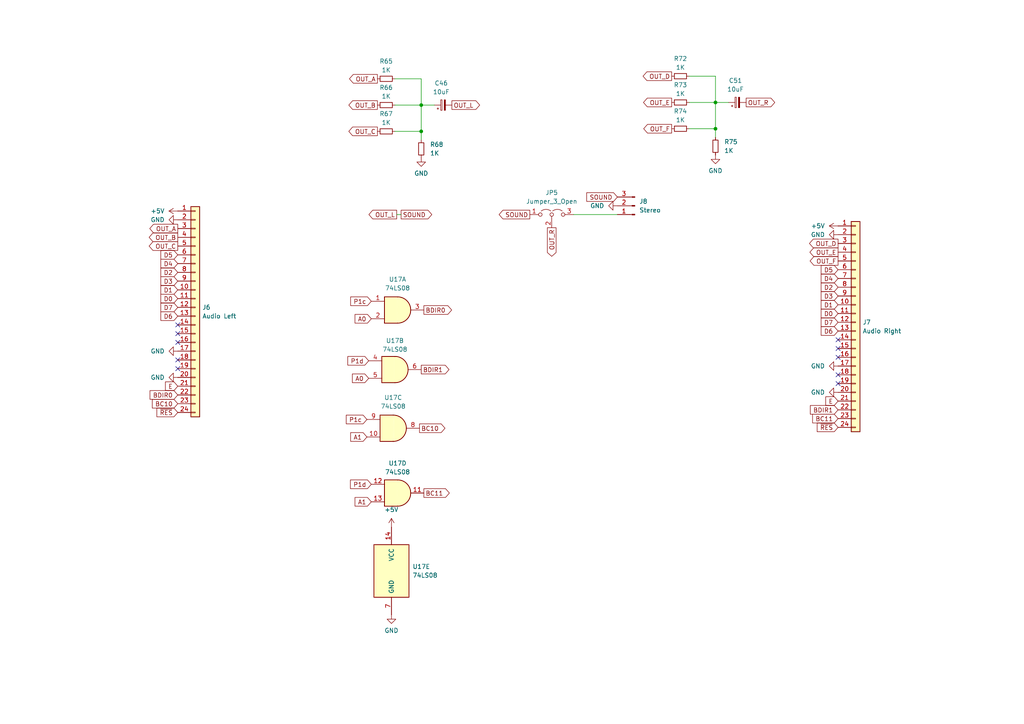
<source format=kicad_sch>
(kicad_sch (version 20230121) (generator eeschema)
  (paper "A4")
  (lib_symbols
    (symbol "74xx:74LS08" (pin_names (offset 1.016))
      (property "Reference" "U" (at 0 1.27 0))
      (property "Value" "74LS08" (at 0 -1.27 0))
      (symbol "74LS08_1_1"
        (arc (start 0 -3.81) (mid 3.7934 0) (end 0 3.81) (stroke (width 0.254)) (fill (type background)))
        (polyline (pts (xy 0 3.81) (xy -3.81 3.81) (xy -3.81 -3.81) (xy 0 -3.81)) (stroke (width 0.254)) (fill (type background)))
        (pin input line (at -7.62 2.54 0) (length 3.81) (name "~") (number "1"))
        (pin input line (at -7.62 -2.54 0) (length 3.81) (name "~") (number "2"))
        (pin output line (at 7.62 0 180) (length 3.81) (name "~") (number "3"))
      )
      (symbol "74LS08_1_2"
        (arc (start -3.81 -3.81) (mid -2.589 0) (end -3.81 3.81) (stroke (width 0.254)))
        (arc (start -0.6096 -3.81) (mid 2.1842 -2.5851) (end 3.81 0) (stroke (width 0.254)) (fill (type background)))
        (polyline (pts (xy -3.81 -3.81) (xy -0.635 -3.81)) (stroke (width 0.254)) (fill (type background)))
        (polyline (pts (xy -3.81 3.81) (xy -0.635 3.81)) (stroke (width 0.254)) (fill (type background)))
        (polyline (pts (xy -0.635 3.81) (xy -3.81 3.81) (xy -3.81 3.81) (xy -3.556 3.4036) (xy -3.0226 2.2606) (xy -2.6924 1.0414) (xy -2.6162 -0.254) (xy -2.7686 -1.4986) (xy -3.175 -2.7178) (xy -3.81 -3.81) (xy -3.81 -3.81) (xy -0.635 -3.81)) (stroke (width -25.4)) (fill (type background)))
        (arc (start 3.81 0) (mid 2.1915 2.5936) (end -0.6096 3.81) (stroke (width 0.254)) (fill (type background)))
        (pin input inverted (at -7.62 2.54 0) (length 4.318) (name "~") (number "1"))
        (pin input inverted (at -7.62 -2.54 0) (length 4.318) (name "~") (number "2"))
        (pin output inverted (at 7.62 0 180) (length 3.81) (name "~") (number "3"))
      )
      (symbol "74LS08_2_1"
        (arc (start 0 -3.81) (mid 3.7934 0) (end 0 3.81) (stroke (width 0.254)) (fill (type background)))
        (polyline (pts (xy 0 3.81) (xy -3.81 3.81) (xy -3.81 -3.81) (xy 0 -3.81)) (stroke (width 0.254)) (fill (type background)))
        (pin input line (at -7.62 2.54 0) (length 3.81) (name "~") (number "4"))
        (pin input line (at -7.62 -2.54 0) (length 3.81) (name "~") (number "5"))
        (pin output line (at 7.62 0 180) (length 3.81) (name "~") (number "6"))
      )
      (symbol "74LS08_2_2"
        (arc (start -3.81 -3.81) (mid -2.589 0) (end -3.81 3.81) (stroke (width 0.254)))
        (arc (start -0.6096 -3.81) (mid 2.1842 -2.5851) (end 3.81 0) (stroke (width 0.254)) (fill (type background)))
        (polyline (pts (xy -3.81 -3.81) (xy -0.635 -3.81)) (stroke (width 0.254)) (fill (type background)))
        (polyline (pts (xy -3.81 3.81) (xy -0.635 3.81)) (stroke (width 0.254)) (fill (type background)))
        (polyline (pts (xy -0.635 3.81) (xy -3.81 3.81) (xy -3.81 3.81) (xy -3.556 3.4036) (xy -3.0226 2.2606) (xy -2.6924 1.0414) (xy -2.6162 -0.254) (xy -2.7686 -1.4986) (xy -3.175 -2.7178) (xy -3.81 -3.81) (xy -3.81 -3.81) (xy -0.635 -3.81)) (stroke (width -25.4)) (fill (type background)))
        (arc (start 3.81 0) (mid 2.1915 2.5936) (end -0.6096 3.81) (stroke (width 0.254)) (fill (type background)))
        (pin input inverted (at -7.62 2.54 0) (length 4.318) (name "~") (number "4"))
        (pin input inverted (at -7.62 -2.54 0) (length 4.318) (name "~") (number "5"))
        (pin output inverted (at 7.62 0 180) (length 3.81) (name "~") (number "6"))
      )
      (symbol "74LS08_3_1"
        (arc (start 0 -3.81) (mid 3.7934 0) (end 0 3.81) (stroke (width 0.254)) (fill (type background)))
        (polyline (pts (xy 0 3.81) (xy -3.81 3.81) (xy -3.81 -3.81) (xy 0 -3.81)) (stroke (width 0.254)) (fill (type background)))
        (pin input line (at -7.62 -2.54 0) (length 3.81) (name "~") (number "10"))
        (pin output line (at 7.62 0 180) (length 3.81) (name "~") (number "8"))
        (pin input line (at -7.62 2.54 0) (length 3.81) (name "~") (number "9"))
      )
      (symbol "74LS08_3_2"
        (arc (start -3.81 -3.81) (mid -2.589 0) (end -3.81 3.81) (stroke (width 0.254)))
        (arc (start -0.6096 -3.81) (mid 2.1842 -2.5851) (end 3.81 0) (stroke (width 0.254)) (fill (type background)))
        (polyline (pts (xy -3.81 -3.81) (xy -0.635 -3.81)) (stroke (width 0.254)) (fill (type background)))
        (polyline (pts (xy -3.81 3.81) (xy -0.635 3.81)) (stroke (width 0.254)) (fill (type background)))
        (polyline (pts (xy -0.635 3.81) (xy -3.81 3.81) (xy -3.81 3.81) (xy -3.556 3.4036) (xy -3.0226 2.2606) (xy -2.6924 1.0414) (xy -2.6162 -0.254) (xy -2.7686 -1.4986) (xy -3.175 -2.7178) (xy -3.81 -3.81) (xy -3.81 -3.81) (xy -0.635 -3.81)) (stroke (width -25.4)) (fill (type background)))
        (arc (start 3.81 0) (mid 2.1915 2.5936) (end -0.6096 3.81) (stroke (width 0.254)) (fill (type background)))
        (pin input inverted (at -7.62 -2.54 0) (length 4.318) (name "~") (number "10"))
        (pin output inverted (at 7.62 0 180) (length 3.81) (name "~") (number "8"))
        (pin input inverted (at -7.62 2.54 0) (length 4.318) (name "~") (number "9"))
      )
      (symbol "74LS08_4_1"
        (arc (start 0 -3.81) (mid 3.7934 0) (end 0 3.81) (stroke (width 0.254)) (fill (type background)))
        (polyline (pts (xy 0 3.81) (xy -3.81 3.81) (xy -3.81 -3.81) (xy 0 -3.81)) (stroke (width 0.254)) (fill (type background)))
        (pin output line (at 7.62 0 180) (length 3.81) (name "~") (number "11"))
        (pin input line (at -7.62 2.54 0) (length 3.81) (name "~") (number "12"))
        (pin input line (at -7.62 -2.54 0) (length 3.81) (name "~") (number "13"))
      )
      (symbol "74LS08_4_2"
        (arc (start -3.81 -3.81) (mid -2.589 0) (end -3.81 3.81) (stroke (width 0.254)))
        (arc (start -0.6096 -3.81) (mid 2.1842 -2.5851) (end 3.81 0) (stroke (width 0.254)) (fill (type background)))
        (polyline (pts (xy -3.81 -3.81) (xy -0.635 -3.81)) (stroke (width 0.254)) (fill (type background)))
        (polyline (pts (xy -3.81 3.81) (xy -0.635 3.81)) (stroke (width 0.254)) (fill (type background)))
        (polyline (pts (xy -0.635 3.81) (xy -3.81 3.81) (xy -3.81 3.81) (xy -3.556 3.4036) (xy -3.0226 2.2606) (xy -2.6924 1.0414) (xy -2.6162 -0.254) (xy -2.7686 -1.4986) (xy -3.175 -2.7178) (xy -3.81 -3.81) (xy -3.81 -3.81) (xy -0.635 -3.81)) (stroke (width -25.4)) (fill (type background)))
        (arc (start 3.81 0) (mid 2.1915 2.5936) (end -0.6096 3.81) (stroke (width 0.254)) (fill (type background)))
        (pin output inverted (at 7.62 0 180) (length 3.81) (name "~") (number "11"))
        (pin input inverted (at -7.62 2.54 0) (length 4.318) (name "~") (number "12"))
        (pin input inverted (at -7.62 -2.54 0) (length 4.318) (name "~") (number "13"))
      )
      (symbol "74LS08_5_0"
        (pin power_in line (at 0 12.7 270) (length 5.08) (name "VCC") (number "14"))
        (pin power_in line (at 0 -12.7 90) (length 5.08) (name "GND") (number "7"))
      )
      (symbol "74LS08_5_1"
        (rectangle (start -5.08 7.62) (end 5.08 -7.62) (stroke (width 0.254)) (fill (type background)))
      )
    )
    (symbol "Connector:Conn_01x03_Pin" (pin_names (offset 1.016) hide)
      (property "Reference" "J" (at 0 5.08 0))
      (property "Value" "Conn_01x03_Pin" (at 0 -5.08 0))
      (symbol "Conn_01x03_Pin_1_1"
        (polyline (pts (xy 1.27 -2.54) (xy 0.8636 -2.54)) (stroke (width 0.1524)))
        (polyline (pts (xy 1.27 0) (xy 0.8636 0)) (stroke (width 0.1524)))
        (polyline (pts (xy 1.27 2.54) (xy 0.8636 2.54)) (stroke (width 0.1524)))
        (rectangle (start 0.8636 -2.413) (end 0 -2.667) (stroke (width 0.1524)) (fill (type outline)))
        (rectangle (start 0.8636 0.127) (end 0 -0.127) (stroke (width 0.1524)) (fill (type outline)))
        (rectangle (start 0.8636 2.667) (end 0 2.413) (stroke (width 0.1524)) (fill (type outline)))
        (pin passive line (at 5.08 2.54 180) (length 3.81) (name "Pin_1") (number "1"))
        (pin passive line (at 5.08 0 180) (length 3.81) (name "Pin_2") (number "2"))
        (pin passive line (at 5.08 -2.54 180) (length 3.81) (name "Pin_3") (number "3"))
      )
    )
    (symbol "Connector_Generic:Conn_01x24" (pin_names (offset 1.016) hide)
      (property "Reference" "J" (at 0 30.48 0))
      (property "Value" "Conn_01x24" (at 0 -33.02 0))
      (symbol "Conn_01x24_1_1"
        (rectangle (start -1.27 -30.353) (end 0 -30.607) (stroke (width 0.1524)))
        (rectangle (start -1.27 -27.813) (end 0 -28.067) (stroke (width 0.1524)))
        (rectangle (start -1.27 -25.273) (end 0 -25.527) (stroke (width 0.1524)))
        (rectangle (start -1.27 -22.733) (end 0 -22.987) (stroke (width 0.1524)))
        (rectangle (start -1.27 -20.193) (end 0 -20.447) (stroke (width 0.1524)))
        (rectangle (start -1.27 -17.653) (end 0 -17.907) (stroke (width 0.1524)))
        (rectangle (start -1.27 -15.113) (end 0 -15.367) (stroke (width 0.1524)))
        (rectangle (start -1.27 -12.573) (end 0 -12.827) (stroke (width 0.1524)))
        (rectangle (start -1.27 -10.033) (end 0 -10.287) (stroke (width 0.1524)))
        (rectangle (start -1.27 -7.493) (end 0 -7.747) (stroke (width 0.1524)))
        (rectangle (start -1.27 -4.953) (end 0 -5.207) (stroke (width 0.1524)))
        (rectangle (start -1.27 -2.413) (end 0 -2.667) (stroke (width 0.1524)))
        (rectangle (start -1.27 0.127) (end 0 -0.127) (stroke (width 0.1524)))
        (rectangle (start -1.27 2.667) (end 0 2.413) (stroke (width 0.1524)))
        (rectangle (start -1.27 5.207) (end 0 4.953) (stroke (width 0.1524)))
        (rectangle (start -1.27 7.747) (end 0 7.493) (stroke (width 0.1524)))
        (rectangle (start -1.27 10.287) (end 0 10.033) (stroke (width 0.1524)))
        (rectangle (start -1.27 12.827) (end 0 12.573) (stroke (width 0.1524)))
        (rectangle (start -1.27 15.367) (end 0 15.113) (stroke (width 0.1524)))
        (rectangle (start -1.27 17.907) (end 0 17.653) (stroke (width 0.1524)))
        (rectangle (start -1.27 20.447) (end 0 20.193) (stroke (width 0.1524)))
        (rectangle (start -1.27 22.987) (end 0 22.733) (stroke (width 0.1524)))
        (rectangle (start -1.27 25.527) (end 0 25.273) (stroke (width 0.1524)))
        (rectangle (start -1.27 28.067) (end 0 27.813) (stroke (width 0.1524)))
        (rectangle (start -1.27 29.21) (end 1.27 -31.75) (stroke (width 0.254)) (fill (type background)))
        (pin passive line (at -5.08 27.94 0) (length 3.81) (name "Pin_1") (number "1"))
        (pin passive line (at -5.08 5.08 0) (length 3.81) (name "Pin_10") (number "10"))
        (pin passive line (at -5.08 2.54 0) (length 3.81) (name "Pin_11") (number "11"))
        (pin passive line (at -5.08 0 0) (length 3.81) (name "Pin_12") (number "12"))
        (pin passive line (at -5.08 -2.54 0) (length 3.81) (name "Pin_13") (number "13"))
        (pin passive line (at -5.08 -5.08 0) (length 3.81) (name "Pin_14") (number "14"))
        (pin passive line (at -5.08 -7.62 0) (length 3.81) (name "Pin_15") (number "15"))
        (pin passive line (at -5.08 -10.16 0) (length 3.81) (name "Pin_16") (number "16"))
        (pin passive line (at -5.08 -12.7 0) (length 3.81) (name "Pin_17") (number "17"))
        (pin passive line (at -5.08 -15.24 0) (length 3.81) (name "Pin_18") (number "18"))
        (pin passive line (at -5.08 -17.78 0) (length 3.81) (name "Pin_19") (number "19"))
        (pin passive line (at -5.08 25.4 0) (length 3.81) (name "Pin_2") (number "2"))
        (pin passive line (at -5.08 -20.32 0) (length 3.81) (name "Pin_20") (number "20"))
        (pin passive line (at -5.08 -22.86 0) (length 3.81) (name "Pin_21") (number "21"))
        (pin passive line (at -5.08 -25.4 0) (length 3.81) (name "Pin_22") (number "22"))
        (pin passive line (at -5.08 -27.94 0) (length 3.81) (name "Pin_23") (number "23"))
        (pin passive line (at -5.08 -30.48 0) (length 3.81) (name "Pin_24") (number "24"))
        (pin passive line (at -5.08 22.86 0) (length 3.81) (name "Pin_3") (number "3"))
        (pin passive line (at -5.08 20.32 0) (length 3.81) (name "Pin_4") (number "4"))
        (pin passive line (at -5.08 17.78 0) (length 3.81) (name "Pin_5") (number "5"))
        (pin passive line (at -5.08 15.24 0) (length 3.81) (name "Pin_6") (number "6"))
        (pin passive line (at -5.08 12.7 0) (length 3.81) (name "Pin_7") (number "7"))
        (pin passive line (at -5.08 10.16 0) (length 3.81) (name "Pin_8") (number "8"))
        (pin passive line (at -5.08 7.62 0) (length 3.81) (name "Pin_9") (number "9"))
      )
    )
    (symbol "Device:C_Polarized_Small" (pin_numbers hide) (pin_names (offset 0.254) hide)
      (property "Reference" "C" (at 0.254 1.778 0))
      (property "Value" "C_Polarized_Small" (at 0.254 -2.032 0))
      (symbol "C_Polarized_Small_0_1"
        (rectangle (start -1.524 -0.3048) (end 1.524 -0.6858) (fill (type outline)))
        (rectangle (start -1.524 0.6858) (end 1.524 0.3048))
        (polyline (pts (xy -1.27 1.524) (xy -0.762 1.524)))
        (polyline (pts (xy -1.016 1.27) (xy -1.016 1.778)))
      )
      (symbol "C_Polarized_Small_1_1"
        (pin passive line (at 0 2.54 270) (length 1.8542) (name "~") (number "1"))
        (pin passive line (at 0 -2.54 90) (length 1.8542) (name "~") (number "2"))
      )
    )
    (symbol "Device:R_Small" (pin_numbers hide) (pin_names (offset 0.254) hide)
      (property "Reference" "R" (at 0.762 0.508 0))
      (property "Value" "R_Small" (at 0.762 -1.016 0))
      (symbol "R_Small_0_1"
        (rectangle (start -0.762 1.778) (end 0.762 -1.778) (stroke (width 0.2032)))
      )
      (symbol "R_Small_1_1"
        (pin passive line (at 0 2.54 270) (length 0.762) (name "~") (number "1"))
        (pin passive line (at 0 -2.54 90) (length 0.762) (name "~") (number "2"))
      )
    )
    (symbol "Jumper:Jumper_3_Open" (pin_names (offset 0) hide)
      (property "Reference" "JP" (at -2.54 -2.54 0))
      (property "Value" "Jumper_3_Open" (at 0 2.794 0))
      (symbol "Jumper_3_Open_0_0"
        (circle (center -3.302 0) (radius 0.508))
        (circle (center 0 0) (radius 0.508))
        (circle (center 3.302 0) (radius 0.508))
      )
      (symbol "Jumper_3_Open_0_1"
        (arc (start -0.254 1.016) (mid -1.651 1.4992) (end -3.048 1.016))
        (polyline (pts (xy 0 -0.508) (xy 0 -1.27)))
        (arc (start 3.048 1.016) (mid 1.651 1.4992) (end 0.254 1.016))
      )
      (symbol "Jumper_3_Open_1_1"
        (pin passive line (at -6.35 0 0) (length 2.54) (name "A") (number "1"))
        (pin passive line (at 0 -3.81 90) (length 2.54) (name "C") (number "2"))
        (pin passive line (at 6.35 0 180) (length 2.54) (name "B") (number "3"))
      )
    )
    (symbol "power:+5V" (power) (pin_names (offset 0))
      (property "Value" "+5V" (at 0 3.556 0))
      (symbol "+5V_0_1"
        (polyline (pts (xy -0.762 1.27) (xy 0 2.54)))
        (polyline (pts (xy 0 0) (xy 0 2.54)))
        (polyline (pts (xy 0 2.54) (xy 0.762 1.27)))
      )
      (symbol "+5V_1_1"
        (pin power_in line (at 0 0 90) (length 0) hide (name "+5V") (number "1"))
      )
    )
    (symbol "power:GND" (power) (pin_names (offset 0))
      (property "Value" "GND" (at 0 -3.81 0))
      (symbol "GND_0_1"
        (polyline (pts (xy 0 0) (xy 0 -1.27) (xy 1.27 -1.27) (xy 0 -2.54) (xy -1.27 -1.27) (xy 0 -1.27)))
      )
      (symbol "GND_1_1"
        (pin power_in line (at 0 0 270) (length 0) hide (name "GND") (number "1"))
      )
    )
  )
  (junction (at 207.518 37.338))
  (junction (at 122.174 38.1))
  (junction (at 207.518 29.718))
  (junction (at 122.174 30.48))
  (no_connect (at 51.562 106.934))
  (no_connect (at 243.078 101.092))
  (no_connect (at 243.078 111.252))
  (no_connect (at 243.078 103.632))
  (no_connect (at 243.078 108.712))
  (no_connect (at 51.562 96.774))
  (no_connect (at 51.562 94.234))
  (no_connect (at 51.562 104.394))
  (no_connect (at 51.562 99.314))
  (no_connect (at 243.078 98.552))
  (wire (pts (xy 122.174 22.86) (xy 122.174 30.48)))
  (wire (pts (xy 207.518 22.098) (xy 207.518 29.718)))
  (wire (pts (xy 114.554 30.48) (xy 122.174 30.48)))
  (wire (pts (xy 199.898 29.718) (xy 207.518 29.718)))
  (wire (pts (xy 199.898 22.098) (xy 207.518 22.098)))
  (wire (pts (xy 207.518 29.718) (xy 211.328 29.718)))
  (wire (pts (xy 114.554 38.1) (xy 122.174 38.1)))
  (wire (pts (xy 207.518 37.338) (xy 207.518 39.878)))
  (wire (pts (xy 199.898 37.338) (xy 207.518 37.338)))
  (wire (pts (xy 166.37 62.23) (xy 179.07 62.23)))
  (wire (pts (xy 122.174 30.48) (xy 125.984 30.48)))
  (wire (pts (xy 207.518 37.338) (xy 207.518 29.718)))
  (wire (pts (xy 115.062 62.23) (xy 116.332 62.23)))
  (wire (pts (xy 122.174 38.1) (xy 122.174 30.48)))
  (wire (pts (xy 122.174 38.1) (xy 122.174 40.64)))
  (wire (pts (xy 114.554 22.86) (xy 122.174 22.86)))
  (global_label "~{RES}" (shape input) (at 243.078 123.952 180) (property "Intersheetrefs" "${INTERSHEET_REFS}" (effects hide)))
  (global_label "OUT_D" (shape output) (at 194.818 22.098 180) (property "Intersheetrefs" "${INTERSHEET_REFS}" (effects hide)))
  (global_label "A1" (shape input) (at 107.696 145.542 180) (property "Intersheetrefs" "${INTERSHEET_REFS}" (effects hide)))
  (global_label "SOUND" (shape input) (at 179.07 57.15 180) (property "Intersheetrefs" "${INTERSHEET_REFS}" (effects hide)))
  (global_label "OUT_F" (shape output) (at 243.078 75.692 180) (property "Intersheetrefs" "${INTERSHEET_REFS}" (effects hide)))
  (global_label "P1d" (shape input) (at 106.934 104.648 180) (property "Intersheetrefs" "${INTERSHEET_REFS}" (effects hide)))
  (global_label "P1c" (shape input) (at 107.696 87.376 180) (property "Intersheetrefs" "${INTERSHEET_REFS}" (effects hide)))
  (global_label "E" (shape input) (at 51.562 112.014 180) (property "Intersheetrefs" "${INTERSHEET_REFS}" (effects hide)))
  (global_label "BDIR1" (shape output) (at 122.174 107.188 0) (property "Intersheetrefs" "${INTERSHEET_REFS}" (effects hide)))
  (global_label "D0" (shape input) (at 243.078 90.932 180) (property "Intersheetrefs" "${INTERSHEET_REFS}" (effects hide)))
  (global_label "OUT_E" (shape output) (at 194.818 29.718 180) (property "Intersheetrefs" "${INTERSHEET_REFS}" (effects hide)))
  (global_label "BDIR0" (shape input) (at 51.562 114.554 180) (property "Intersheetrefs" "${INTERSHEET_REFS}" (effects hide)))
  (global_label "OUT_R" (shape output) (at 216.408 29.718 0) (property "Intersheetrefs" "${INTERSHEET_REFS}" (effects hide)))
  (global_label "OUT_D" (shape output) (at 243.078 70.612 180) (property "Intersheetrefs" "${INTERSHEET_REFS}" (effects hide)))
  (global_label "D3" (shape input) (at 243.078 85.852 180) (property "Intersheetrefs" "${INTERSHEET_REFS}" (effects hide)))
  (global_label "D1" (shape input) (at 243.078 88.392 180) (property "Intersheetrefs" "${INTERSHEET_REFS}" (effects hide)))
  (global_label "BC10" (shape input) (at 51.562 117.094 180) (property "Intersheetrefs" "${INTERSHEET_REFS}" (effects hide)))
  (global_label "D5" (shape input) (at 51.562 73.914 180) (property "Intersheetrefs" "${INTERSHEET_REFS}" (effects hide)))
  (global_label "OUT_C" (shape output) (at 109.474 38.1 180) (property "Intersheetrefs" "${INTERSHEET_REFS}" (effects hide)))
  (global_label "D4" (shape input) (at 243.078 80.772 180) (property "Intersheetrefs" "${INTERSHEET_REFS}" (effects hide)))
  (global_label "BC10" (shape output) (at 121.666 124.206 0) (property "Intersheetrefs" "${INTERSHEET_REFS}" (effects hide)))
  (global_label "OUT_B" (shape output) (at 51.562 68.834 180) (property "Intersheetrefs" "${INTERSHEET_REFS}" (effects hide)))
  (global_label "BC11" (shape input) (at 243.078 121.412 180) (property "Intersheetrefs" "${INTERSHEET_REFS}" (effects hide)))
  (global_label "OUT_E" (shape output) (at 243.078 73.152 180) (property "Intersheetrefs" "${INTERSHEET_REFS}" (effects hide)))
  (global_label "A0" (shape input) (at 107.696 92.456 180) (property "Intersheetrefs" "${INTERSHEET_REFS}" (effects hide)))
  (global_label "D6" (shape input) (at 243.078 96.012 180) (property "Intersheetrefs" "${INTERSHEET_REFS}" (effects hide)))
  (global_label "OUT_C" (shape output) (at 51.562 71.374 180) (property "Intersheetrefs" "${INTERSHEET_REFS}" (effects hide)))
  (global_label "BDIR1" (shape input) (at 243.078 118.872 180) (property "Intersheetrefs" "${INTERSHEET_REFS}" (effects hide)))
  (global_label "BDIR0" (shape output) (at 122.936 89.916 0) (property "Intersheetrefs" "${INTERSHEET_REFS}" (effects hide)))
  (global_label "OUT_F" (shape output) (at 194.818 37.338 180) (property "Intersheetrefs" "${INTERSHEET_REFS}" (effects hide)))
  (global_label "D7" (shape input) (at 51.562 89.154 180) (property "Intersheetrefs" "${INTERSHEET_REFS}" (effects hide)))
  (global_label "SOUND" (shape output) (at 153.67 62.23 180) (property "Intersheetrefs" "${INTERSHEET_REFS}" (effects hide)))
  (global_label "A1" (shape input) (at 106.426 126.746 180) (property "Intersheetrefs" "${INTERSHEET_REFS}" (effects hide)))
  (global_label "OUT_L" (shape output) (at 115.062 62.23 180) (property "Intersheetrefs" "${INTERSHEET_REFS}" (effects hide)))
  (global_label "D4" (shape input) (at 51.562 76.454 180) (property "Intersheetrefs" "${INTERSHEET_REFS}" (effects hide)))
  (global_label "D7" (shape input) (at 243.078 93.472 180) (property "Intersheetrefs" "${INTERSHEET_REFS}" (effects hide)))
  (global_label "D5" (shape input) (at 243.078 78.232 180) (property "Intersheetrefs" "${INTERSHEET_REFS}" (effects hide)))
  (global_label "SOUND" (shape output) (at 116.332 62.23 0) (property "Intersheetrefs" "${INTERSHEET_REFS}" (effects hide)))
  (global_label "~{RES}" (shape input) (at 51.562 119.634 180) (property "Intersheetrefs" "${INTERSHEET_REFS}" (effects hide)))
  (global_label "OUT_B" (shape output) (at 109.474 30.48 180) (property "Intersheetrefs" "${INTERSHEET_REFS}" (effects hide)))
  (global_label "OUT_A" (shape output) (at 109.474 22.86 180) (property "Intersheetrefs" "${INTERSHEET_REFS}" (effects hide)))
  (global_label "D6" (shape input) (at 51.562 91.694 180) (property "Intersheetrefs" "${INTERSHEET_REFS}" (effects hide)))
  (global_label "P1d" (shape input) (at 107.696 140.462 180) (property "Intersheetrefs" "${INTERSHEET_REFS}" (effects hide)))
  (global_label "D3" (shape input) (at 51.562 81.534 180) (property "Intersheetrefs" "${INTERSHEET_REFS}" (effects hide)))
  (global_label "OUT_A" (shape output) (at 51.562 66.294 180) (property "Intersheetrefs" "${INTERSHEET_REFS}" (effects hide)))
  (global_label "D2" (shape input) (at 243.078 83.312 180) (property "Intersheetrefs" "${INTERSHEET_REFS}" (effects hide)))
  (global_label "D0" (shape input) (at 51.562 86.614 180) (property "Intersheetrefs" "${INTERSHEET_REFS}" (effects hide)))
  (global_label "A0" (shape input) (at 106.934 109.728 180) (property "Intersheetrefs" "${INTERSHEET_REFS}" (effects hide)))
  (global_label "D2" (shape input) (at 51.562 78.994 180) (property "Intersheetrefs" "${INTERSHEET_REFS}" (effects hide)))
  (global_label "P1c" (shape input) (at 106.426 121.666 180) (property "Intersheetrefs" "${INTERSHEET_REFS}" (effects hide)))
  (global_label "D1" (shape input) (at 51.562 84.074 180) (property "Intersheetrefs" "${INTERSHEET_REFS}" (effects hide)))
  (global_label "BC11" (shape output) (at 122.936 143.002 0) (property "Intersheetrefs" "${INTERSHEET_REFS}" (effects hide)))
  (global_label "OUT_R" (shape output) (at 160.02 66.04 270) (property "Intersheetrefs" "${INTERSHEET_REFS}" (effects hide)))
  (global_label "E" (shape input) (at 243.078 116.332 180) (property "Intersheetrefs" "${INTERSHEET_REFS}" (effects hide)))
  (global_label "OUT_L" (shape output) (at 131.064 30.48 0) (property "Intersheetrefs" "${INTERSHEET_REFS}" (effects hide)))
  (symbol (lib_id "power:+5V") (at 113.538 152.908 0) (unit 1)
    (property "Reference" "#PWR0148" (effects hide))
    (property "Value" "+5V" (at 113.538 147.828 0))
  )
  (symbol (lib_id "74xx:74LS08") (at 113.538 165.608 0) (unit 5)
    (property "Reference" "U17" (at 119.634 164.338 0) (effects (justify left)))
    (property "Value" "74LS08" (at 119.634 166.878 0) (effects (justify left)))
    (property "Footprint" "Package_SO:SO-14_3.9x8.65mm_P1.27mm" (effects hide))
    (property "Datasheet" "http://www.ti.com/lit/gpn/sn74LS08" (effects hide))
  )
  (symbol (lib_id "74xx:74LS08") (at 114.046 124.206 0) (unit 3)
    (property "Reference" "U17" (at 114.0377 115.316 0))
    (property "Value" "74LS08" (at 114.0377 117.856 0))
    (property "Footprint" "Package_SO:SO-14_3.9x8.65mm_P1.27mm" (effects hide))
    (property "Datasheet" "http://www.ti.com/lit/gpn/sn74LS08" (effects hide))
  )
  (symbol (lib_id "Connector_Generic:Conn_01x24") (at 56.642 89.154 0) (unit 1)
    (property "Reference" "J6" (at 58.674 89.154 0) (effects (justify left)))
    (property "Value" "Audio Left" (at 58.674 91.694 0) (effects (justify left)))
    (property "Footprint" "Dragon:AY-QTHT" (effects hide))
    (instances (project "Dragon32" (path "" (reference "J6") (unit 1))) (project "Dragon-AY-Plugin" (path "" (reference "J3") (unit 1))))
  )
  (symbol (lib_id "74xx:74LS08") (at 114.554 107.188 0) (unit 2)
    (property "Reference" "U17" (at 114.5457 98.806 0))
    (property "Value" "74LS08" (at 114.5457 101.346 0))
    (property "Footprint" "Package_SO:SO-14_3.9x8.65mm_P1.27mm" (effects hide))
    (property "Datasheet" "http://www.ti.com/lit/gpn/sn74LS08" (effects hide))
  )
  (symbol (lib_id "power:GND") (at 207.518 44.958 0) (unit 1)
    (property "Reference" "#PWR0139" (effects hide))
    (property "Value" "GND" (at 207.518 49.53 0))
  )
  (symbol (lib_id "power:GND") (at 179.07 59.69 270) (unit 1)
    (property "Reference" "#PWR0112" (effects hide))
    (property "Value" "GND" (at 175.26 59.69 90) (effects (justify right)))
  )
  (symbol (lib_id "Jumper:Jumper_3_Open") (at 160.02 62.23 0) (unit 1)
    (property "Reference" "JP5" (at 160.02 55.88 0))
    (property "Value" "Jumper_3_Open" (at 160.02 58.42 0))
    (property "Footprint" "Connector_PinHeader_2.54mm:PinHeader_1x03_P2.54mm_Vertical" (effects hide))
  )
  (symbol (lib_id "Device:R_Small") (at 112.014 22.86 90) (unit 1)
    (property "Reference" "R65" (at 112.014 17.78 90))
    (property "Value" "1K" (at 112.014 20.32 90))
    (property "Footprint" "Resistor_SMD:R_0805_2012Metric_Pad1.20x1.40mm_HandSolder" (effects hide))
  )
  (symbol (lib_id "power:+5V") (at 51.562 61.214 90) (unit 1)
    (property "Reference" "#PWR097" (effects hide))
    (property "Value" "+5V" (at 47.752 61.214 90) (effects (justify left)))
    (instances (project "Dragon32" (path "" (reference "#PWR097") (unit 1))) (project "Dragon-AY-Plugin" (path "" (reference "#PWR010") (unit 1))))
  )
  (symbol (lib_id "power:+5V") (at 243.078 65.532 90) (unit 1)
    (property "Reference" "#PWR0108" (effects hide))
    (property "Value" "+5V" (at 239.268 65.532 90) (effects (justify left)))
    (instances (project "Dragon32" (path "" (reference "#PWR0108") (unit 1))) (project "Dragon-AY-Plugin" (path "" (reference "#PWR010") (unit 1))))
  )
  (symbol (lib_id "Device:R_Small") (at 112.014 30.48 90) (unit 1)
    (property "Reference" "R66" (at 112.014 25.4 90))
    (property "Value" "1K" (at 112.014 27.94 90))
    (property "Footprint" "Resistor_SMD:R_0805_2012Metric_Pad1.20x1.40mm_HandSolder" (effects hide))
  )
  (symbol (lib_id "Device:R_Small") (at 197.358 37.338 90) (unit 1)
    (property "Reference" "R74" (at 197.358 32.258 90))
    (property "Value" "1K" (at 197.358 34.798 90))
    (property "Footprint" "Resistor_SMD:R_0805_2012Metric_Pad1.20x1.40mm_HandSolder" (effects hide))
  )
  (symbol (lib_id "Connector:Conn_01x03_Pin") (at 184.15 59.69 180) (unit 1)
    (property "Reference" "J8" (at 185.42 58.42 0) (effects (justify right)))
    (property "Value" "Stereo" (at 185.42 60.96 0) (effects (justify right)))
    (property "Footprint" "Connector_PinHeader_2.54mm:PinHeader_1x03_P2.54mm_Vertical" (effects hide))
  )
  (symbol (lib_id "power:GND") (at 113.538 178.308 0) (unit 1)
    (property "Reference" "#PWR0149" (effects hide))
    (property "Value" "GND" (at 113.538 182.88 0))
  )
  (symbol (lib_id "74xx:74LS08") (at 115.316 89.916 0) (unit 1)
    (property "Reference" "U17" (at 115.3077 81.026 0))
    (property "Value" "74LS08" (at 115.3077 83.566 0))
    (property "Footprint" "Package_SO:SO-14_3.9x8.65mm_P1.27mm" (effects hide))
    (property "Datasheet" "http://www.ti.com/lit/gpn/sn74LS08" (effects hide))
  )
  (symbol (lib_id "Connector_Generic:Conn_01x24") (at 248.158 93.472 0) (unit 1)
    (property "Reference" "J7" (at 250.19 93.472 0) (effects (justify left)))
    (property "Value" "Audio Right" (at 250.19 96.012 0) (effects (justify left)))
    (property "Footprint" "Dragon:AY-QTHT" (effects hide))
    (instances (project "Dragon32" (path "" (reference "J7") (unit 1))) (project "Dragon-AY-Plugin" (path "" (reference "J3") (unit 1))))
  )
  (symbol (lib_id "Device:R_Small") (at 122.174 43.18 180) (unit 1)
    (property "Reference" "R68" (at 124.714 41.91 0) (effects (justify right)))
    (property "Value" "1K" (at 124.714 44.45 0) (effects (justify right)))
    (property "Footprint" "Resistor_SMD:R_0805_2012Metric_Pad1.20x1.40mm_HandSolder" (effects hide))
  )
  (symbol (lib_id "74xx:74LS08") (at 115.316 143.002 0) (unit 4)
    (property "Reference" "U17" (at 115.3077 134.366 0))
    (property "Value" "74LS08" (at 115.3077 136.906 0))
    (property "Footprint" "Package_SO:SO-14_3.9x8.65mm_P1.27mm" (effects hide))
    (property "Datasheet" "http://www.ti.com/lit/gpn/sn74LS08" (effects hide))
  )
  (symbol (lib_id "power:GND") (at 243.078 106.172 270) (unit 1)
    (property "Reference" "#PWR0110" (effects hide))
    (property "Value" "GND" (at 239.268 106.172 90) (effects (justify right)))
    (instances (project "Dragon32" (path "" (reference "#PWR0110") (unit 1))) (project "Dragon-AY-Plugin" (path "" (reference "#PWR015") (unit 1))))
  )
  (symbol (lib_id "Device:R_Small") (at 112.014 38.1 90) (unit 1)
    (property "Reference" "R67" (at 112.014 33.02 90))
    (property "Value" "1K" (at 112.014 35.56 90))
    (property "Footprint" "Resistor_SMD:R_0805_2012Metric_Pad1.20x1.40mm_HandSolder" (effects hide))
  )
  (symbol (lib_id "power:GND") (at 243.078 113.792 270) (unit 1)
    (property "Reference" "#PWR0111" (effects hide))
    (property "Value" "GND" (at 239.268 113.792 90) (effects (justify right)))
    (instances (project "Dragon32" (path "" (reference "#PWR0111") (unit 1))) (project "Dragon-AY-Plugin" (path "" (reference "#PWR011") (unit 1))))
  )
  (symbol (lib_id "power:GND") (at 243.078 68.072 270) (unit 1)
    (property "Reference" "#PWR0109" (effects hide))
    (property "Value" "GND" (at 239.268 68.072 90) (effects (justify right)))
    (instances (project "Dragon32" (path "" (reference "#PWR0109") (unit 1))) (project "Dragon-AY-Plugin" (path "" (reference "#PWR014") (unit 1))))
  )
  (symbol (lib_id "power:GND") (at 51.562 63.754 270) (unit 1)
    (property "Reference" "#PWR098" (effects hide))
    (property "Value" "GND" (at 47.752 63.754 90) (effects (justify right)))
    (instances (project "Dragon32" (path "" (reference "#PWR098") (unit 1))) (project "Dragon-AY-Plugin" (path "" (reference "#PWR014") (unit 1))))
  )
  (symbol (lib_id "power:GND") (at 51.562 109.474 270) (unit 1)
    (property "Reference" "#PWR0100" (effects hide))
    (property "Value" "GND" (at 47.752 109.474 90) (effects (justify right)))
    (instances (project "Dragon32" (path "" (reference "#PWR0100") (unit 1))) (project "Dragon-AY-Plugin" (path "" (reference "#PWR011") (unit 1))))
  )
  (symbol (lib_id "Device:R_Small") (at 197.358 29.718 90) (unit 1)
    (property "Reference" "R73" (at 197.358 24.638 90))
    (property "Value" "1K" (at 197.358 27.178 90))
    (property "Footprint" "Resistor_SMD:R_0805_2012Metric_Pad1.20x1.40mm_HandSolder" (effects hide))
  )
  (symbol (lib_id "power:GND") (at 51.562 101.854 270) (unit 1)
    (property "Reference" "#PWR099" (effects hide))
    (property "Value" "GND" (at 47.752 101.854 90) (effects (justify right)))
    (instances (project "Dragon32" (path "" (reference "#PWR099") (unit 1))) (project "Dragon-AY-Plugin" (path "" (reference "#PWR015") (unit 1))))
  )
  (symbol (lib_id "Device:C_Polarized_Small") (at 128.524 30.48 90) (unit 1)
    (property "Reference" "C46" (at 127.9779 24.13 90))
    (property "Value" "10uF" (at 127.9779 26.67 90))
    (property "Footprint" "Capacitor_SMD:CP_Elec_5x3" (effects hide))
  )
  (symbol (lib_id "power:GND") (at 122.174 45.72 0) (unit 1)
    (property "Reference" "#PWR0135" (effects hide))
    (property "Value" "GND" (at 122.174 50.292 0))
  )
  (symbol (lib_id "Device:C_Polarized_Small") (at 213.868 29.718 90) (unit 1)
    (property "Reference" "C51" (at 213.3219 23.368 90))
    (property "Value" "10uF" (at 213.3219 25.908 90))
    (property "Footprint" "Capacitor_SMD:CP_Elec_5x3" (effects hide))
  )
  (symbol (lib_id "Device:R_Small") (at 207.518 42.418 180) (unit 1)
    (property "Reference" "R75" (at 210.058 41.148 0) (effects (justify right)))
    (property "Value" "1K" (at 210.058 43.688 0) (effects (justify right)))
    (property "Footprint" "Resistor_SMD:R_0805_2012Metric_Pad1.20x1.40mm_HandSolder" (effects hide))
  )
  (symbol (lib_id "Device:R_Small") (at 197.358 22.098 90) (unit 1)
    (property "Reference" "R72" (at 197.358 17.018 90))
    (property "Value" "1K" (at 197.358 19.558 90))
    (property "Footprint" "Resistor_SMD:R_0805_2012Metric_Pad1.20x1.40mm_HandSolder" (effects hide))
  )
)
</source>
